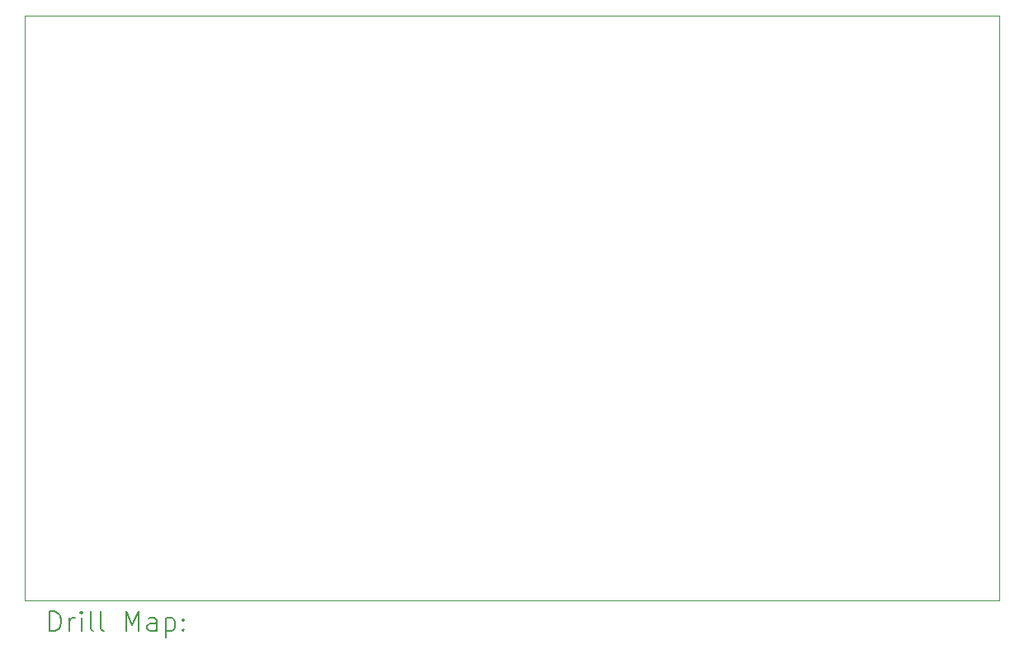
<source format=gbr>
%TF.GenerationSoftware,KiCad,Pcbnew,8.0.6*%
%TF.CreationDate,2025-01-12T23:32:56-05:00*%
%TF.ProjectId,lcd_adapter,6c63645f-6164-4617-9074-65722e6b6963,rev?*%
%TF.SameCoordinates,Original*%
%TF.FileFunction,Drillmap*%
%TF.FilePolarity,Positive*%
%FSLAX45Y45*%
G04 Gerber Fmt 4.5, Leading zero omitted, Abs format (unit mm)*
G04 Created by KiCad (PCBNEW 8.0.6) date 2025-01-12 23:32:56*
%MOMM*%
%LPD*%
G01*
G04 APERTURE LIST*
%ADD10C,0.050000*%
%ADD11C,0.200000*%
G04 APERTURE END LIST*
D10*
X2500000Y-4000000D02*
X2500000Y-10000000D01*
X12500000Y-4000000D02*
X12500000Y-10000000D01*
X2500000Y-4000000D02*
X12500000Y-4000000D01*
X12500000Y-10000000D02*
X2500000Y-10000000D01*
D11*
X2758277Y-10313984D02*
X2758277Y-10113984D01*
X2758277Y-10113984D02*
X2805896Y-10113984D01*
X2805896Y-10113984D02*
X2834467Y-10123508D01*
X2834467Y-10123508D02*
X2853515Y-10142555D01*
X2853515Y-10142555D02*
X2863039Y-10161603D01*
X2863039Y-10161603D02*
X2872562Y-10199698D01*
X2872562Y-10199698D02*
X2872562Y-10228270D01*
X2872562Y-10228270D02*
X2863039Y-10266365D01*
X2863039Y-10266365D02*
X2853515Y-10285412D01*
X2853515Y-10285412D02*
X2834467Y-10304460D01*
X2834467Y-10304460D02*
X2805896Y-10313984D01*
X2805896Y-10313984D02*
X2758277Y-10313984D01*
X2958277Y-10313984D02*
X2958277Y-10180650D01*
X2958277Y-10218746D02*
X2967801Y-10199698D01*
X2967801Y-10199698D02*
X2977324Y-10190174D01*
X2977324Y-10190174D02*
X2996372Y-10180650D01*
X2996372Y-10180650D02*
X3015420Y-10180650D01*
X3082086Y-10313984D02*
X3082086Y-10180650D01*
X3082086Y-10113984D02*
X3072562Y-10123508D01*
X3072562Y-10123508D02*
X3082086Y-10133031D01*
X3082086Y-10133031D02*
X3091610Y-10123508D01*
X3091610Y-10123508D02*
X3082086Y-10113984D01*
X3082086Y-10113984D02*
X3082086Y-10133031D01*
X3205896Y-10313984D02*
X3186848Y-10304460D01*
X3186848Y-10304460D02*
X3177324Y-10285412D01*
X3177324Y-10285412D02*
X3177324Y-10113984D01*
X3310658Y-10313984D02*
X3291610Y-10304460D01*
X3291610Y-10304460D02*
X3282086Y-10285412D01*
X3282086Y-10285412D02*
X3282086Y-10113984D01*
X3539229Y-10313984D02*
X3539229Y-10113984D01*
X3539229Y-10113984D02*
X3605896Y-10256841D01*
X3605896Y-10256841D02*
X3672562Y-10113984D01*
X3672562Y-10113984D02*
X3672562Y-10313984D01*
X3853515Y-10313984D02*
X3853515Y-10209222D01*
X3853515Y-10209222D02*
X3843991Y-10190174D01*
X3843991Y-10190174D02*
X3824943Y-10180650D01*
X3824943Y-10180650D02*
X3786848Y-10180650D01*
X3786848Y-10180650D02*
X3767801Y-10190174D01*
X3853515Y-10304460D02*
X3834467Y-10313984D01*
X3834467Y-10313984D02*
X3786848Y-10313984D01*
X3786848Y-10313984D02*
X3767801Y-10304460D01*
X3767801Y-10304460D02*
X3758277Y-10285412D01*
X3758277Y-10285412D02*
X3758277Y-10266365D01*
X3758277Y-10266365D02*
X3767801Y-10247317D01*
X3767801Y-10247317D02*
X3786848Y-10237793D01*
X3786848Y-10237793D02*
X3834467Y-10237793D01*
X3834467Y-10237793D02*
X3853515Y-10228270D01*
X3948753Y-10180650D02*
X3948753Y-10380650D01*
X3948753Y-10190174D02*
X3967801Y-10180650D01*
X3967801Y-10180650D02*
X4005896Y-10180650D01*
X4005896Y-10180650D02*
X4024943Y-10190174D01*
X4024943Y-10190174D02*
X4034467Y-10199698D01*
X4034467Y-10199698D02*
X4043991Y-10218746D01*
X4043991Y-10218746D02*
X4043991Y-10275889D01*
X4043991Y-10275889D02*
X4034467Y-10294936D01*
X4034467Y-10294936D02*
X4024943Y-10304460D01*
X4024943Y-10304460D02*
X4005896Y-10313984D01*
X4005896Y-10313984D02*
X3967801Y-10313984D01*
X3967801Y-10313984D02*
X3948753Y-10304460D01*
X4129705Y-10294936D02*
X4139229Y-10304460D01*
X4139229Y-10304460D02*
X4129705Y-10313984D01*
X4129705Y-10313984D02*
X4120182Y-10304460D01*
X4120182Y-10304460D02*
X4129705Y-10294936D01*
X4129705Y-10294936D02*
X4129705Y-10313984D01*
X4129705Y-10190174D02*
X4139229Y-10199698D01*
X4139229Y-10199698D02*
X4129705Y-10209222D01*
X4129705Y-10209222D02*
X4120182Y-10199698D01*
X4120182Y-10199698D02*
X4129705Y-10190174D01*
X4129705Y-10190174D02*
X4129705Y-10209222D01*
M02*

</source>
